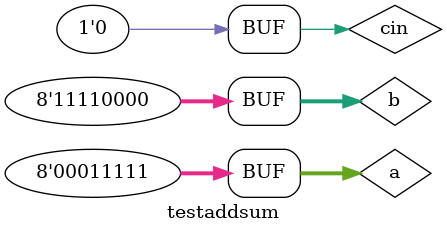
<source format=v>
`timescale 1ns/10ps
module testaddsum();
    reg [7:0] a,b;
    wire [7:0] sum;
    reg cin;
    wire co;
    add_8 u0(
        .a(a),
        .b(b),
        .cin(cin),
        .s(sum),
        .co(co)
        );
    initial begin
        $dumpfile("testadd_8.vcd");
        $dumpvars;
        a=8'b0000_1111;     b=8'b1111_0000;     cin=0;
        $monitor ("%0t a=%8b b=%8b cin=%1b sum=%8b co=%1b", $time, a, b, cin,sum,co);
        #5; 
        a=8'b0101_0101;     b=8'b1010_1010;     cin=0;
        $monitor ("%0t a=%8b b=%8b cin=%1b sum=%8b co=%1b", $time, a, b, cin,sum,co);
        #5; 
        a=8'b0000_1111;     b=8'b1111_0000;     cin=1;
        $monitor ("%0t a=%8b b=%8b cin=%1b sum=%8b co=%1b", $time, a, b, cin,sum,co);
        #5; 
        a=8'b0001_1111;     b=8'b1111_0000;     cin=0;
        $monitor ("%0t a=%8b b=%8b cin=%1b sum=%8b co=%1b", $time, a, b, cin,sum,co);                  
        #5; 
    
    end
    
endmodule
</source>
